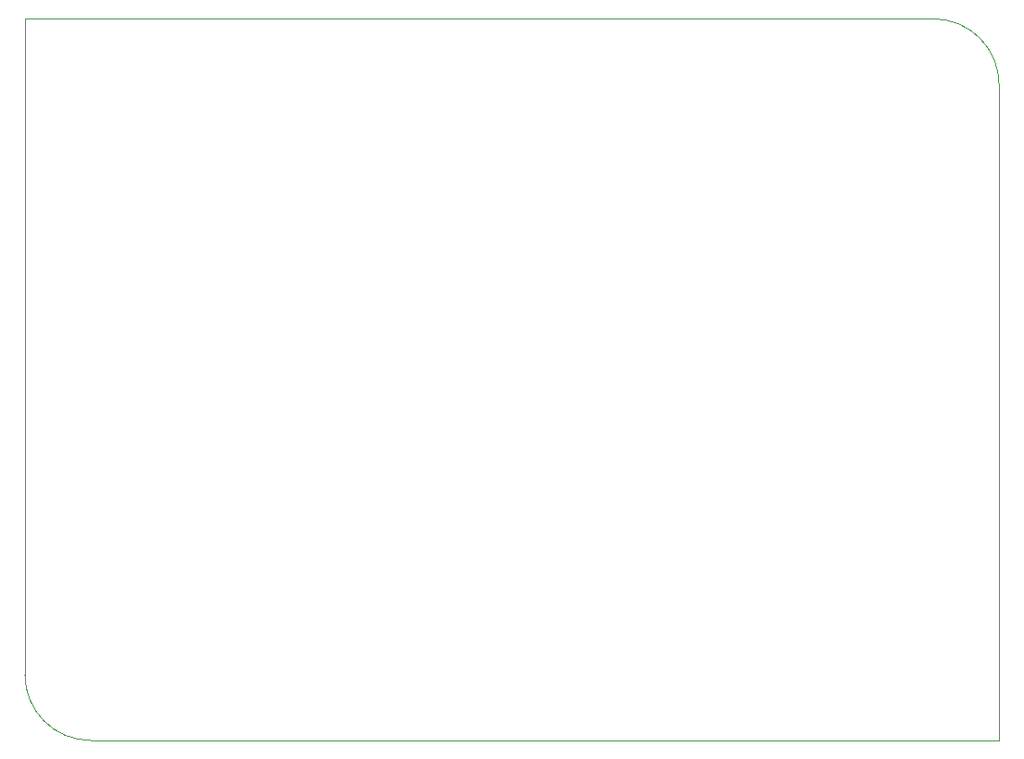
<source format=gm1>
G04 #@! TF.GenerationSoftware,KiCad,Pcbnew,(5.1.6)-1*
G04 #@! TF.CreationDate,2022-01-01T16:18:36+09:00*
G04 #@! TF.ProjectId,kp1,6b70312e-6b69-4636-9164-5f7063625858,rev?*
G04 #@! TF.SameCoordinates,Original*
G04 #@! TF.FileFunction,Profile,NP*
%FSLAX46Y46*%
G04 Gerber Fmt 4.6, Leading zero omitted, Abs format (unit mm)*
G04 Created by KiCad (PCBNEW (5.1.6)-1) date 2022-01-01 16:18:36*
%MOMM*%
%LPD*%
G01*
G04 APERTURE LIST*
G04 #@! TA.AperFunction,Profile*
%ADD10C,0.050000*%
G04 #@! TD*
G04 #@! TA.AperFunction,Profile*
%ADD11C,0.100000*%
G04 #@! TD*
G04 APERTURE END LIST*
D10*
X57000000Y-142000000D02*
G75*
G02*
X51000000Y-136000000I0J6000000D01*
G01*
X134000000Y-76000000D02*
G75*
G02*
X140000000Y-82000000I0J-6000000D01*
G01*
D11*
X140000000Y-82000000D02*
X140000000Y-142000000D01*
X51000000Y-76000000D02*
X134000000Y-76000000D01*
X51000000Y-136000000D02*
X51000000Y-76000000D01*
X140000000Y-142000000D02*
X57000000Y-142000000D01*
M02*

</source>
